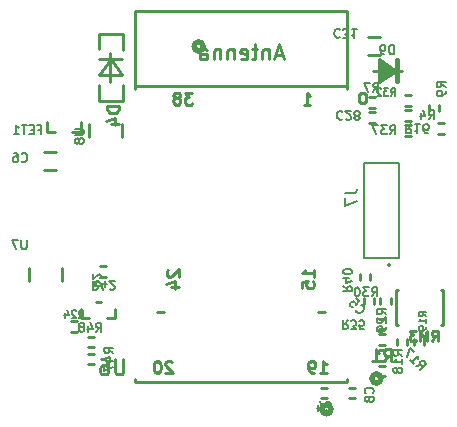
<source format=gbr>
G04 #@! TF.GenerationSoftware,KiCad,Pcbnew,7.0.7*
G04 #@! TF.CreationDate,2024-10-23T00:01:57-07:00*
G04 #@! TF.ProjectId,ESP_POE_1.4b,4553505f-504f-4455-9f31-2e34622e6b69,K*
G04 #@! TF.SameCoordinates,Original*
G04 #@! TF.FileFunction,Legend,Bot*
G04 #@! TF.FilePolarity,Positive*
%FSLAX46Y46*%
G04 Gerber Fmt 4.6, Leading zero omitted, Abs format (unit mm)*
G04 Created by KiCad (PCBNEW 7.0.7) date 2024-10-23 00:01:57*
%MOMM*%
%LPD*%
G01*
G04 APERTURE LIST*
%ADD10C,0.190500*%
%ADD11C,0.222250*%
%ADD12C,0.158750*%
%ADD13C,0.254000*%
%ADD14C,0.177800*%
%ADD15C,0.150000*%
%ADD16C,0.508000*%
%ADD17C,0.127000*%
%ADD18C,0.200000*%
G04 APERTURE END LIST*
D10*
X103004256Y-137604209D02*
X103258256Y-137241352D01*
X103439685Y-137604209D02*
X103439685Y-136842209D01*
X103439685Y-136842209D02*
X103149399Y-136842209D01*
X103149399Y-136842209D02*
X103076828Y-136878495D01*
X103076828Y-136878495D02*
X103040542Y-136914781D01*
X103040542Y-136914781D02*
X103004256Y-136987352D01*
X103004256Y-136987352D02*
X103004256Y-137096209D01*
X103004256Y-137096209D02*
X103040542Y-137168781D01*
X103040542Y-137168781D02*
X103076828Y-137205066D01*
X103076828Y-137205066D02*
X103149399Y-137241352D01*
X103149399Y-137241352D02*
X103439685Y-137241352D01*
X102750256Y-136842209D02*
X102278542Y-136842209D01*
X102278542Y-136842209D02*
X102532542Y-137132495D01*
X102532542Y-137132495D02*
X102423685Y-137132495D01*
X102423685Y-137132495D02*
X102351114Y-137168781D01*
X102351114Y-137168781D02*
X102314828Y-137205066D01*
X102314828Y-137205066D02*
X102278542Y-137277638D01*
X102278542Y-137277638D02*
X102278542Y-137459066D01*
X102278542Y-137459066D02*
X102314828Y-137531638D01*
X102314828Y-137531638D02*
X102351114Y-137567924D01*
X102351114Y-137567924D02*
X102423685Y-137604209D01*
X102423685Y-137604209D02*
X102641399Y-137604209D01*
X102641399Y-137604209D02*
X102713971Y-137567924D01*
X102713971Y-137567924D02*
X102750256Y-137531638D01*
X102024542Y-136842209D02*
X101516542Y-136842209D01*
X101516542Y-136842209D02*
X101843114Y-137604209D01*
X99022190Y-150451456D02*
X99385047Y-150705456D01*
X99022190Y-150886885D02*
X99784190Y-150886885D01*
X99784190Y-150886885D02*
X99784190Y-150596599D01*
X99784190Y-150596599D02*
X99747904Y-150524028D01*
X99747904Y-150524028D02*
X99711618Y-150487742D01*
X99711618Y-150487742D02*
X99639047Y-150451456D01*
X99639047Y-150451456D02*
X99530190Y-150451456D01*
X99530190Y-150451456D02*
X99457618Y-150487742D01*
X99457618Y-150487742D02*
X99421333Y-150524028D01*
X99421333Y-150524028D02*
X99385047Y-150596599D01*
X99385047Y-150596599D02*
X99385047Y-150886885D01*
X99530190Y-149798314D02*
X99022190Y-149798314D01*
X99820476Y-149979742D02*
X99276190Y-150161171D01*
X99276190Y-150161171D02*
X99276190Y-149689456D01*
X99784190Y-149254028D02*
X99784190Y-149181457D01*
X99784190Y-149181457D02*
X99747904Y-149108885D01*
X99747904Y-149108885D02*
X99711618Y-149072600D01*
X99711618Y-149072600D02*
X99639047Y-149036314D01*
X99639047Y-149036314D02*
X99493904Y-149000028D01*
X99493904Y-149000028D02*
X99312476Y-149000028D01*
X99312476Y-149000028D02*
X99167333Y-149036314D01*
X99167333Y-149036314D02*
X99094761Y-149072600D01*
X99094761Y-149072600D02*
X99058476Y-149108885D01*
X99058476Y-149108885D02*
X99022190Y-149181457D01*
X99022190Y-149181457D02*
X99022190Y-149254028D01*
X99022190Y-149254028D02*
X99058476Y-149326600D01*
X99058476Y-149326600D02*
X99094761Y-149362885D01*
X99094761Y-149362885D02*
X99167333Y-149399171D01*
X99167333Y-149399171D02*
X99312476Y-149435457D01*
X99312476Y-149435457D02*
X99493904Y-149435457D01*
X99493904Y-149435457D02*
X99639047Y-149399171D01*
X99639047Y-149399171D02*
X99711618Y-149362885D01*
X99711618Y-149362885D02*
X99747904Y-149326600D01*
X99747904Y-149326600D02*
X99784190Y-149254028D01*
D11*
X106548766Y-155111112D02*
X106845099Y-154687779D01*
X107056766Y-155111112D02*
X107056766Y-154222112D01*
X107056766Y-154222112D02*
X106718099Y-154222112D01*
X106718099Y-154222112D02*
X106633433Y-154264445D01*
X106633433Y-154264445D02*
X106591099Y-154306779D01*
X106591099Y-154306779D02*
X106548766Y-154391445D01*
X106548766Y-154391445D02*
X106548766Y-154518445D01*
X106548766Y-154518445D02*
X106591099Y-154603112D01*
X106591099Y-154603112D02*
X106633433Y-154645445D01*
X106633433Y-154645445D02*
X106718099Y-154687779D01*
X106718099Y-154687779D02*
X107056766Y-154687779D01*
X106167766Y-155111112D02*
X106167766Y-154222112D01*
X106167766Y-154222112D02*
X105871433Y-154857112D01*
X105871433Y-154857112D02*
X105575099Y-154222112D01*
X105575099Y-154222112D02*
X105575099Y-155111112D01*
X105236433Y-154222112D02*
X104686099Y-154222112D01*
X104686099Y-154222112D02*
X104982433Y-154560779D01*
X104982433Y-154560779D02*
X104855433Y-154560779D01*
X104855433Y-154560779D02*
X104770766Y-154603112D01*
X104770766Y-154603112D02*
X104728433Y-154645445D01*
X104728433Y-154645445D02*
X104686099Y-154730112D01*
X104686099Y-154730112D02*
X104686099Y-154941779D01*
X104686099Y-154941779D02*
X104728433Y-155026445D01*
X104728433Y-155026445D02*
X104770766Y-155068779D01*
X104770766Y-155068779D02*
X104855433Y-155111112D01*
X104855433Y-155111112D02*
X105109433Y-155111112D01*
X105109433Y-155111112D02*
X105194099Y-155068779D01*
X105194099Y-155068779D02*
X105236433Y-155026445D01*
D12*
X103075014Y-134346708D02*
X103286681Y-134044327D01*
X103437871Y-134346708D02*
X103437871Y-133711708D01*
X103437871Y-133711708D02*
X103195966Y-133711708D01*
X103195966Y-133711708D02*
X103135490Y-133741946D01*
X103135490Y-133741946D02*
X103105252Y-133772184D01*
X103105252Y-133772184D02*
X103075014Y-133832660D01*
X103075014Y-133832660D02*
X103075014Y-133923374D01*
X103075014Y-133923374D02*
X103105252Y-133983850D01*
X103105252Y-133983850D02*
X103135490Y-134014089D01*
X103135490Y-134014089D02*
X103195966Y-134044327D01*
X103195966Y-134044327D02*
X103437871Y-134044327D01*
X102863347Y-133711708D02*
X102470252Y-133711708D01*
X102470252Y-133711708D02*
X102681919Y-133953612D01*
X102681919Y-133953612D02*
X102591204Y-133953612D01*
X102591204Y-133953612D02*
X102530728Y-133983850D01*
X102530728Y-133983850D02*
X102500490Y-134014089D01*
X102500490Y-134014089D02*
X102470252Y-134074565D01*
X102470252Y-134074565D02*
X102470252Y-134225755D01*
X102470252Y-134225755D02*
X102500490Y-134286231D01*
X102500490Y-134286231D02*
X102530728Y-134316470D01*
X102530728Y-134316470D02*
X102591204Y-134346708D01*
X102591204Y-134346708D02*
X102772633Y-134346708D01*
X102772633Y-134346708D02*
X102833109Y-134316470D01*
X102833109Y-134316470D02*
X102863347Y-134286231D01*
X102228347Y-133772184D02*
X102198109Y-133741946D01*
X102198109Y-133741946D02*
X102137633Y-133711708D01*
X102137633Y-133711708D02*
X101986442Y-133711708D01*
X101986442Y-133711708D02*
X101925966Y-133741946D01*
X101925966Y-133741946D02*
X101895728Y-133772184D01*
X101895728Y-133772184D02*
X101865490Y-133832660D01*
X101865490Y-133832660D02*
X101865490Y-133893136D01*
X101865490Y-133893136D02*
X101895728Y-133983850D01*
X101895728Y-133983850D02*
X102258585Y-134346708D01*
X102258585Y-134346708D02*
X101865490Y-134346708D01*
D10*
X106273599Y-136334209D02*
X106527599Y-135971352D01*
X106709028Y-136334209D02*
X106709028Y-135572209D01*
X106709028Y-135572209D02*
X106418742Y-135572209D01*
X106418742Y-135572209D02*
X106346171Y-135608495D01*
X106346171Y-135608495D02*
X106309885Y-135644781D01*
X106309885Y-135644781D02*
X106273599Y-135717352D01*
X106273599Y-135717352D02*
X106273599Y-135826209D01*
X106273599Y-135826209D02*
X106309885Y-135898781D01*
X106309885Y-135898781D02*
X106346171Y-135935066D01*
X106346171Y-135935066D02*
X106418742Y-135971352D01*
X106418742Y-135971352D02*
X106709028Y-135971352D01*
X105620457Y-135826209D02*
X105620457Y-136334209D01*
X105801885Y-135535924D02*
X105983314Y-136080209D01*
X105983314Y-136080209D02*
X105511599Y-136080209D01*
X107708409Y-133604000D02*
X107345552Y-133350000D01*
X107708409Y-133168571D02*
X106946409Y-133168571D01*
X106946409Y-133168571D02*
X106946409Y-133458857D01*
X106946409Y-133458857D02*
X106982695Y-133531428D01*
X106982695Y-133531428D02*
X107018981Y-133567714D01*
X107018981Y-133567714D02*
X107091552Y-133604000D01*
X107091552Y-133604000D02*
X107200409Y-133604000D01*
X107200409Y-133604000D02*
X107272981Y-133567714D01*
X107272981Y-133567714D02*
X107309266Y-133531428D01*
X107309266Y-133531428D02*
X107345552Y-133458857D01*
X107345552Y-133458857D02*
X107345552Y-133168571D01*
X107708409Y-133966857D02*
X107708409Y-134112000D01*
X107708409Y-134112000D02*
X107672124Y-134184571D01*
X107672124Y-134184571D02*
X107635838Y-134220857D01*
X107635838Y-134220857D02*
X107526981Y-134293428D01*
X107526981Y-134293428D02*
X107381838Y-134329714D01*
X107381838Y-134329714D02*
X107091552Y-134329714D01*
X107091552Y-134329714D02*
X107018981Y-134293428D01*
X107018981Y-134293428D02*
X106982695Y-134257143D01*
X106982695Y-134257143D02*
X106946409Y-134184571D01*
X106946409Y-134184571D02*
X106946409Y-134039428D01*
X106946409Y-134039428D02*
X106982695Y-133966857D01*
X106982695Y-133966857D02*
X107018981Y-133930571D01*
X107018981Y-133930571D02*
X107091552Y-133894285D01*
X107091552Y-133894285D02*
X107272981Y-133894285D01*
X107272981Y-133894285D02*
X107345552Y-133930571D01*
X107345552Y-133930571D02*
X107381838Y-133966857D01*
X107381838Y-133966857D02*
X107418124Y-134039428D01*
X107418124Y-134039428D02*
X107418124Y-134184571D01*
X107418124Y-134184571D02*
X107381838Y-134257143D01*
X107381838Y-134257143D02*
X107345552Y-134293428D01*
X107345552Y-134293428D02*
X107272981Y-134329714D01*
X73228199Y-137205066D02*
X73482199Y-137205066D01*
X73482199Y-137604209D02*
X73482199Y-136842209D01*
X73482199Y-136842209D02*
X73119342Y-136842209D01*
X72829056Y-137205066D02*
X72575056Y-137205066D01*
X72466199Y-137604209D02*
X72829056Y-137604209D01*
X72829056Y-137604209D02*
X72829056Y-136842209D01*
X72829056Y-136842209D02*
X72466199Y-136842209D01*
X72248484Y-136842209D02*
X71813056Y-136842209D01*
X72030770Y-137604209D02*
X72030770Y-136842209D01*
X71159913Y-137604209D02*
X71595342Y-137604209D01*
X71377627Y-137604209D02*
X71377627Y-136842209D01*
X71377627Y-136842209D02*
X71450199Y-136951066D01*
X71450199Y-136951066D02*
X71522770Y-137023638D01*
X71522770Y-137023638D02*
X71595342Y-137059924D01*
X101454856Y-151320209D02*
X101708856Y-150957352D01*
X101890285Y-151320209D02*
X101890285Y-150558209D01*
X101890285Y-150558209D02*
X101599999Y-150558209D01*
X101599999Y-150558209D02*
X101527428Y-150594495D01*
X101527428Y-150594495D02*
X101491142Y-150630781D01*
X101491142Y-150630781D02*
X101454856Y-150703352D01*
X101454856Y-150703352D02*
X101454856Y-150812209D01*
X101454856Y-150812209D02*
X101491142Y-150884781D01*
X101491142Y-150884781D02*
X101527428Y-150921066D01*
X101527428Y-150921066D02*
X101599999Y-150957352D01*
X101599999Y-150957352D02*
X101890285Y-150957352D01*
X101200856Y-150558209D02*
X100729142Y-150558209D01*
X100729142Y-150558209D02*
X100983142Y-150848495D01*
X100983142Y-150848495D02*
X100874285Y-150848495D01*
X100874285Y-150848495D02*
X100801714Y-150884781D01*
X100801714Y-150884781D02*
X100765428Y-150921066D01*
X100765428Y-150921066D02*
X100729142Y-150993638D01*
X100729142Y-150993638D02*
X100729142Y-151175066D01*
X100729142Y-151175066D02*
X100765428Y-151247638D01*
X100765428Y-151247638D02*
X100801714Y-151283924D01*
X100801714Y-151283924D02*
X100874285Y-151320209D01*
X100874285Y-151320209D02*
X101091999Y-151320209D01*
X101091999Y-151320209D02*
X101164571Y-151283924D01*
X101164571Y-151283924D02*
X101200856Y-151247638D01*
X100257428Y-150558209D02*
X100184857Y-150558209D01*
X100184857Y-150558209D02*
X100112285Y-150594495D01*
X100112285Y-150594495D02*
X100076000Y-150630781D01*
X100076000Y-150630781D02*
X100039714Y-150703352D01*
X100039714Y-150703352D02*
X100003428Y-150848495D01*
X100003428Y-150848495D02*
X100003428Y-151029924D01*
X100003428Y-151029924D02*
X100039714Y-151175066D01*
X100039714Y-151175066D02*
X100076000Y-151247638D01*
X100076000Y-151247638D02*
X100112285Y-151283924D01*
X100112285Y-151283924D02*
X100184857Y-151320209D01*
X100184857Y-151320209D02*
X100257428Y-151320209D01*
X100257428Y-151320209D02*
X100330000Y-151283924D01*
X100330000Y-151283924D02*
X100366285Y-151247638D01*
X100366285Y-151247638D02*
X100402571Y-151175066D01*
X100402571Y-151175066D02*
X100438857Y-151029924D01*
X100438857Y-151029924D02*
X100438857Y-150848495D01*
X100438857Y-150848495D02*
X100402571Y-150703352D01*
X100402571Y-150703352D02*
X100366285Y-150630781D01*
X100366285Y-150630781D02*
X100330000Y-150594495D01*
X100330000Y-150594495D02*
X100257428Y-150558209D01*
X102653809Y-152849943D02*
X102290952Y-152595943D01*
X102653809Y-152414514D02*
X101891809Y-152414514D01*
X101891809Y-152414514D02*
X101891809Y-152704800D01*
X101891809Y-152704800D02*
X101928095Y-152777371D01*
X101928095Y-152777371D02*
X101964381Y-152813657D01*
X101964381Y-152813657D02*
X102036952Y-152849943D01*
X102036952Y-152849943D02*
X102145809Y-152849943D01*
X102145809Y-152849943D02*
X102218381Y-152813657D01*
X102218381Y-152813657D02*
X102254666Y-152777371D01*
X102254666Y-152777371D02*
X102290952Y-152704800D01*
X102290952Y-152704800D02*
X102290952Y-152414514D01*
X101964381Y-153140228D02*
X101928095Y-153176514D01*
X101928095Y-153176514D02*
X101891809Y-153249086D01*
X101891809Y-153249086D02*
X101891809Y-153430514D01*
X101891809Y-153430514D02*
X101928095Y-153503086D01*
X101928095Y-153503086D02*
X101964381Y-153539371D01*
X101964381Y-153539371D02*
X102036952Y-153575657D01*
X102036952Y-153575657D02*
X102109524Y-153575657D01*
X102109524Y-153575657D02*
X102218381Y-153539371D01*
X102218381Y-153539371D02*
X102653809Y-153103943D01*
X102653809Y-153103943D02*
X102653809Y-153575657D01*
X102653809Y-153938514D02*
X102653809Y-154083657D01*
X102653809Y-154083657D02*
X102617524Y-154156228D01*
X102617524Y-154156228D02*
X102581238Y-154192514D01*
X102581238Y-154192514D02*
X102472381Y-154265085D01*
X102472381Y-154265085D02*
X102327238Y-154301371D01*
X102327238Y-154301371D02*
X102036952Y-154301371D01*
X102036952Y-154301371D02*
X101964381Y-154265085D01*
X101964381Y-154265085D02*
X101928095Y-154228800D01*
X101928095Y-154228800D02*
X101891809Y-154156228D01*
X101891809Y-154156228D02*
X101891809Y-154011085D01*
X101891809Y-154011085D02*
X101928095Y-153938514D01*
X101928095Y-153938514D02*
X101964381Y-153902228D01*
X101964381Y-153902228D02*
X102036952Y-153865942D01*
X102036952Y-153865942D02*
X102218381Y-153865942D01*
X102218381Y-153865942D02*
X102290952Y-153902228D01*
X102290952Y-153902228D02*
X102327238Y-153938514D01*
X102327238Y-153938514D02*
X102363524Y-154011085D01*
X102363524Y-154011085D02*
X102363524Y-154156228D01*
X102363524Y-154156228D02*
X102327238Y-154228800D01*
X102327238Y-154228800D02*
X102290952Y-154265085D01*
X102290952Y-154265085D02*
X102218381Y-154301371D01*
X71805799Y-139868438D02*
X71842085Y-139904724D01*
X71842085Y-139904724D02*
X71950942Y-139941009D01*
X71950942Y-139941009D02*
X72023514Y-139941009D01*
X72023514Y-139941009D02*
X72132371Y-139904724D01*
X72132371Y-139904724D02*
X72204942Y-139832152D01*
X72204942Y-139832152D02*
X72241228Y-139759581D01*
X72241228Y-139759581D02*
X72277514Y-139614438D01*
X72277514Y-139614438D02*
X72277514Y-139505581D01*
X72277514Y-139505581D02*
X72241228Y-139360438D01*
X72241228Y-139360438D02*
X72204942Y-139287866D01*
X72204942Y-139287866D02*
X72132371Y-139215295D01*
X72132371Y-139215295D02*
X72023514Y-139179009D01*
X72023514Y-139179009D02*
X71950942Y-139179009D01*
X71950942Y-139179009D02*
X71842085Y-139215295D01*
X71842085Y-139215295D02*
X71805799Y-139251581D01*
X71152657Y-139179009D02*
X71297799Y-139179009D01*
X71297799Y-139179009D02*
X71370371Y-139215295D01*
X71370371Y-139215295D02*
X71406657Y-139251581D01*
X71406657Y-139251581D02*
X71479228Y-139360438D01*
X71479228Y-139360438D02*
X71515514Y-139505581D01*
X71515514Y-139505581D02*
X71515514Y-139795866D01*
X71515514Y-139795866D02*
X71479228Y-139868438D01*
X71479228Y-139868438D02*
X71442942Y-139904724D01*
X71442942Y-139904724D02*
X71370371Y-139941009D01*
X71370371Y-139941009D02*
X71225228Y-139941009D01*
X71225228Y-139941009D02*
X71152657Y-139904724D01*
X71152657Y-139904724D02*
X71116371Y-139868438D01*
X71116371Y-139868438D02*
X71080085Y-139795866D01*
X71080085Y-139795866D02*
X71080085Y-139614438D01*
X71080085Y-139614438D02*
X71116371Y-139541866D01*
X71116371Y-139541866D02*
X71152657Y-139505581D01*
X71152657Y-139505581D02*
X71225228Y-139469295D01*
X71225228Y-139469295D02*
X71370371Y-139469295D01*
X71370371Y-139469295D02*
X71442942Y-139505581D01*
X71442942Y-139505581D02*
X71479228Y-139541866D01*
X71479228Y-139541866D02*
X71515514Y-139614438D01*
X72233971Y-146545009D02*
X72233971Y-147161866D01*
X72233971Y-147161866D02*
X72197685Y-147234438D01*
X72197685Y-147234438D02*
X72161400Y-147270724D01*
X72161400Y-147270724D02*
X72088828Y-147307009D01*
X72088828Y-147307009D02*
X71943685Y-147307009D01*
X71943685Y-147307009D02*
X71871114Y-147270724D01*
X71871114Y-147270724D02*
X71834828Y-147234438D01*
X71834828Y-147234438D02*
X71798542Y-147161866D01*
X71798542Y-147161866D02*
X71798542Y-146545009D01*
X71508256Y-146545009D02*
X71000256Y-146545009D01*
X71000256Y-146545009D02*
X71326828Y-147307009D01*
X100101856Y-152464848D02*
X100101856Y-152516164D01*
X100101856Y-152516164D02*
X100153172Y-152618795D01*
X100153172Y-152618795D02*
X100204488Y-152670111D01*
X100204488Y-152670111D02*
X100307119Y-152721427D01*
X100307119Y-152721427D02*
X100409751Y-152721427D01*
X100409751Y-152721427D02*
X100486724Y-152695769D01*
X100486724Y-152695769D02*
X100615014Y-152618795D01*
X100615014Y-152618795D02*
X100691987Y-152541821D01*
X100691987Y-152541821D02*
X100768961Y-152413532D01*
X100768961Y-152413532D02*
X100794619Y-152336558D01*
X100794619Y-152336558D02*
X100794619Y-152233927D01*
X100794619Y-152233927D02*
X100743303Y-152131295D01*
X100743303Y-152131295D02*
X100691987Y-152079980D01*
X100691987Y-152079980D02*
X100589356Y-152028664D01*
X100589356Y-152028664D02*
X100538040Y-152028664D01*
X100101856Y-151489849D02*
X100358435Y-151746427D01*
X100358435Y-151746427D02*
X100127514Y-152028664D01*
X100127514Y-152028664D02*
X100127514Y-151977348D01*
X100127514Y-151977348D02*
X100101856Y-151900375D01*
X100101856Y-151900375D02*
X99973567Y-151772085D01*
X99973567Y-151772085D02*
X99896593Y-151746427D01*
X99896593Y-151746427D02*
X99845277Y-151746427D01*
X99845277Y-151746427D02*
X99768304Y-151772085D01*
X99768304Y-151772085D02*
X99640014Y-151900375D01*
X99640014Y-151900375D02*
X99614356Y-151977348D01*
X99614356Y-151977348D02*
X99614356Y-152028664D01*
X99614356Y-152028664D02*
X99640014Y-152105638D01*
X99640014Y-152105638D02*
X99768304Y-152233927D01*
X99768304Y-152233927D02*
X99845277Y-152259585D01*
X99845277Y-152259585D02*
X99896593Y-152259585D01*
X97561399Y-160925038D02*
X97597685Y-160961324D01*
X97597685Y-160961324D02*
X97706542Y-160997609D01*
X97706542Y-160997609D02*
X97779114Y-160997609D01*
X97779114Y-160997609D02*
X97887971Y-160961324D01*
X97887971Y-160961324D02*
X97960542Y-160888752D01*
X97960542Y-160888752D02*
X97996828Y-160816181D01*
X97996828Y-160816181D02*
X98033114Y-160671038D01*
X98033114Y-160671038D02*
X98033114Y-160562181D01*
X98033114Y-160562181D02*
X97996828Y-160417038D01*
X97996828Y-160417038D02*
X97960542Y-160344466D01*
X97960542Y-160344466D02*
X97887971Y-160271895D01*
X97887971Y-160271895D02*
X97779114Y-160235609D01*
X97779114Y-160235609D02*
X97706542Y-160235609D01*
X97706542Y-160235609D02*
X97597685Y-160271895D01*
X97597685Y-160271895D02*
X97561399Y-160308181D01*
X96908257Y-160489609D02*
X96908257Y-160997609D01*
X97089685Y-160199324D02*
X97271114Y-160743609D01*
X97271114Y-160743609D02*
X96799399Y-160743609D01*
X104818543Y-136766590D02*
X104564543Y-137129447D01*
X104383114Y-136766590D02*
X104383114Y-137528590D01*
X104383114Y-137528590D02*
X104673400Y-137528590D01*
X104673400Y-137528590D02*
X104745971Y-137492304D01*
X104745971Y-137492304D02*
X104782257Y-137456018D01*
X104782257Y-137456018D02*
X104818543Y-137383447D01*
X104818543Y-137383447D02*
X104818543Y-137274590D01*
X104818543Y-137274590D02*
X104782257Y-137202018D01*
X104782257Y-137202018D02*
X104745971Y-137165733D01*
X104745971Y-137165733D02*
X104673400Y-137129447D01*
X104673400Y-137129447D02*
X104383114Y-137129447D01*
X105544257Y-136766590D02*
X105108828Y-136766590D01*
X105326543Y-136766590D02*
X105326543Y-137528590D01*
X105326543Y-137528590D02*
X105253971Y-137419733D01*
X105253971Y-137419733D02*
X105181400Y-137347161D01*
X105181400Y-137347161D02*
X105108828Y-137310876D01*
X106197400Y-137528590D02*
X106052257Y-137528590D01*
X106052257Y-137528590D02*
X105979685Y-137492304D01*
X105979685Y-137492304D02*
X105943400Y-137456018D01*
X105943400Y-137456018D02*
X105870828Y-137347161D01*
X105870828Y-137347161D02*
X105834542Y-137202018D01*
X105834542Y-137202018D02*
X105834542Y-136911733D01*
X105834542Y-136911733D02*
X105870828Y-136839161D01*
X105870828Y-136839161D02*
X105907114Y-136802876D01*
X105907114Y-136802876D02*
X105979685Y-136766590D01*
X105979685Y-136766590D02*
X106124828Y-136766590D01*
X106124828Y-136766590D02*
X106197400Y-136802876D01*
X106197400Y-136802876D02*
X106233685Y-136839161D01*
X106233685Y-136839161D02*
X106269971Y-136911733D01*
X106269971Y-136911733D02*
X106269971Y-137093161D01*
X106269971Y-137093161D02*
X106233685Y-137165733D01*
X106233685Y-137165733D02*
X106197400Y-137202018D01*
X106197400Y-137202018D02*
X106124828Y-137238304D01*
X106124828Y-137238304D02*
X105979685Y-137238304D01*
X105979685Y-137238304D02*
X105907114Y-137202018D01*
X105907114Y-137202018D02*
X105870828Y-137165733D01*
X105870828Y-137165733D02*
X105834542Y-137093161D01*
X101574599Y-133997409D02*
X101828599Y-133634552D01*
X102010028Y-133997409D02*
X102010028Y-133235409D01*
X102010028Y-133235409D02*
X101719742Y-133235409D01*
X101719742Y-133235409D02*
X101647171Y-133271695D01*
X101647171Y-133271695D02*
X101610885Y-133307981D01*
X101610885Y-133307981D02*
X101574599Y-133380552D01*
X101574599Y-133380552D02*
X101574599Y-133489409D01*
X101574599Y-133489409D02*
X101610885Y-133561981D01*
X101610885Y-133561981D02*
X101647171Y-133598266D01*
X101647171Y-133598266D02*
X101719742Y-133634552D01*
X101719742Y-133634552D02*
X102010028Y-133634552D01*
X101320599Y-133235409D02*
X100812599Y-133235409D01*
X100812599Y-133235409D02*
X101139171Y-133997409D01*
X104050809Y-156329743D02*
X103687952Y-156075743D01*
X104050809Y-155894314D02*
X103288809Y-155894314D01*
X103288809Y-155894314D02*
X103288809Y-156184600D01*
X103288809Y-156184600D02*
X103325095Y-156257171D01*
X103325095Y-156257171D02*
X103361381Y-156293457D01*
X103361381Y-156293457D02*
X103433952Y-156329743D01*
X103433952Y-156329743D02*
X103542809Y-156329743D01*
X103542809Y-156329743D02*
X103615381Y-156293457D01*
X103615381Y-156293457D02*
X103651666Y-156257171D01*
X103651666Y-156257171D02*
X103687952Y-156184600D01*
X103687952Y-156184600D02*
X103687952Y-155894314D01*
X104050809Y-157055457D02*
X104050809Y-156620028D01*
X104050809Y-156837743D02*
X103288809Y-156837743D01*
X103288809Y-156837743D02*
X103397666Y-156765171D01*
X103397666Y-156765171D02*
X103470238Y-156692600D01*
X103470238Y-156692600D02*
X103506524Y-156620028D01*
X103615381Y-157490885D02*
X103579095Y-157418314D01*
X103579095Y-157418314D02*
X103542809Y-157382028D01*
X103542809Y-157382028D02*
X103470238Y-157345742D01*
X103470238Y-157345742D02*
X103433952Y-157345742D01*
X103433952Y-157345742D02*
X103361381Y-157382028D01*
X103361381Y-157382028D02*
X103325095Y-157418314D01*
X103325095Y-157418314D02*
X103288809Y-157490885D01*
X103288809Y-157490885D02*
X103288809Y-157636028D01*
X103288809Y-157636028D02*
X103325095Y-157708600D01*
X103325095Y-157708600D02*
X103361381Y-157744885D01*
X103361381Y-157744885D02*
X103433952Y-157781171D01*
X103433952Y-157781171D02*
X103470238Y-157781171D01*
X103470238Y-157781171D02*
X103542809Y-157744885D01*
X103542809Y-157744885D02*
X103579095Y-157708600D01*
X103579095Y-157708600D02*
X103615381Y-157636028D01*
X103615381Y-157636028D02*
X103615381Y-157490885D01*
X103615381Y-157490885D02*
X103651666Y-157418314D01*
X103651666Y-157418314D02*
X103687952Y-157382028D01*
X103687952Y-157382028D02*
X103760524Y-157345742D01*
X103760524Y-157345742D02*
X103905666Y-157345742D01*
X103905666Y-157345742D02*
X103978238Y-157382028D01*
X103978238Y-157382028D02*
X104014524Y-157418314D01*
X104014524Y-157418314D02*
X104050809Y-157490885D01*
X104050809Y-157490885D02*
X104050809Y-157636028D01*
X104050809Y-157636028D02*
X104014524Y-157708600D01*
X104014524Y-157708600D02*
X103978238Y-157744885D01*
X103978238Y-157744885D02*
X103905666Y-157781171D01*
X103905666Y-157781171D02*
X103760524Y-157781171D01*
X103760524Y-157781171D02*
X103687952Y-157744885D01*
X103687952Y-157744885D02*
X103651666Y-157708600D01*
X103651666Y-157708600D02*
X103615381Y-157636028D01*
D13*
X102480532Y-156819212D02*
X102819199Y-156335403D01*
X103061104Y-156819212D02*
X103061104Y-155803212D01*
X103061104Y-155803212D02*
X102674056Y-155803212D01*
X102674056Y-155803212D02*
X102577294Y-155851593D01*
X102577294Y-155851593D02*
X102528913Y-155899974D01*
X102528913Y-155899974D02*
X102480532Y-155996736D01*
X102480532Y-155996736D02*
X102480532Y-156141879D01*
X102480532Y-156141879D02*
X102528913Y-156238641D01*
X102528913Y-156238641D02*
X102577294Y-156287022D01*
X102577294Y-156287022D02*
X102674056Y-156335403D01*
X102674056Y-156335403D02*
X103061104Y-156335403D01*
X101512913Y-156819212D02*
X102093485Y-156819212D01*
X101803199Y-156819212D02*
X101803199Y-155803212D01*
X101803199Y-155803212D02*
X101899961Y-155948355D01*
X101899961Y-155948355D02*
X101996723Y-156045117D01*
X101996723Y-156045117D02*
X102093485Y-156093498D01*
D12*
X77885491Y-150412690D02*
X78520491Y-150412690D01*
X78520491Y-150412690D02*
X78520491Y-150261500D01*
X78520491Y-150261500D02*
X78490253Y-150170785D01*
X78490253Y-150170785D02*
X78429777Y-150110309D01*
X78429777Y-150110309D02*
X78369301Y-150080071D01*
X78369301Y-150080071D02*
X78248349Y-150049833D01*
X78248349Y-150049833D02*
X78157634Y-150049833D01*
X78157634Y-150049833D02*
X78036682Y-150080071D01*
X78036682Y-150080071D02*
X77976206Y-150110309D01*
X77976206Y-150110309D02*
X77915730Y-150170785D01*
X77915730Y-150170785D02*
X77885491Y-150261500D01*
X77885491Y-150261500D02*
X77885491Y-150412690D01*
X78460015Y-149807928D02*
X78490253Y-149777690D01*
X78490253Y-149777690D02*
X78520491Y-149717214D01*
X78520491Y-149717214D02*
X78520491Y-149566023D01*
X78520491Y-149566023D02*
X78490253Y-149505547D01*
X78490253Y-149505547D02*
X78460015Y-149475309D01*
X78460015Y-149475309D02*
X78399539Y-149445071D01*
X78399539Y-149445071D02*
X78339063Y-149445071D01*
X78339063Y-149445071D02*
X78248349Y-149475309D01*
X78248349Y-149475309D02*
X77885491Y-149838166D01*
X77885491Y-149838166D02*
X77885491Y-149445071D01*
D14*
X99441000Y-153350231D02*
X99203933Y-153688898D01*
X99034600Y-153350231D02*
X99034600Y-154061431D01*
X99034600Y-154061431D02*
X99305533Y-154061431D01*
X99305533Y-154061431D02*
X99373267Y-154027564D01*
X99373267Y-154027564D02*
X99407133Y-153993698D01*
X99407133Y-153993698D02*
X99441000Y-153925964D01*
X99441000Y-153925964D02*
X99441000Y-153824364D01*
X99441000Y-153824364D02*
X99407133Y-153756631D01*
X99407133Y-153756631D02*
X99373267Y-153722764D01*
X99373267Y-153722764D02*
X99305533Y-153688898D01*
X99305533Y-153688898D02*
X99034600Y-153688898D01*
X99678067Y-154061431D02*
X100118333Y-154061431D01*
X100118333Y-154061431D02*
X99881267Y-153790498D01*
X99881267Y-153790498D02*
X99982867Y-153790498D01*
X99982867Y-153790498D02*
X100050600Y-153756631D01*
X100050600Y-153756631D02*
X100084467Y-153722764D01*
X100084467Y-153722764D02*
X100118333Y-153655031D01*
X100118333Y-153655031D02*
X100118333Y-153485698D01*
X100118333Y-153485698D02*
X100084467Y-153417964D01*
X100084467Y-153417964D02*
X100050600Y-153384098D01*
X100050600Y-153384098D02*
X99982867Y-153350231D01*
X99982867Y-153350231D02*
X99779667Y-153350231D01*
X99779667Y-153350231D02*
X99711933Y-153384098D01*
X99711933Y-153384098D02*
X99678067Y-153417964D01*
X100761800Y-154061431D02*
X100423133Y-154061431D01*
X100423133Y-154061431D02*
X100389266Y-153722764D01*
X100389266Y-153722764D02*
X100423133Y-153756631D01*
X100423133Y-153756631D02*
X100490866Y-153790498D01*
X100490866Y-153790498D02*
X100660200Y-153790498D01*
X100660200Y-153790498D02*
X100727933Y-153756631D01*
X100727933Y-153756631D02*
X100761800Y-153722764D01*
X100761800Y-153722764D02*
X100795666Y-153655031D01*
X100795666Y-153655031D02*
X100795666Y-153485698D01*
X100795666Y-153485698D02*
X100761800Y-153417964D01*
X100761800Y-153417964D02*
X100727933Y-153384098D01*
X100727933Y-153384098D02*
X100660200Y-153350231D01*
X100660200Y-153350231D02*
X100490866Y-153350231D01*
X100490866Y-153350231D02*
X100423133Y-153384098D01*
X100423133Y-153384098D02*
X100389266Y-153417964D01*
D13*
X80060412Y-135241695D02*
X79044412Y-135241695D01*
X79044412Y-135241695D02*
X79044412Y-135483600D01*
X79044412Y-135483600D02*
X79092793Y-135628743D01*
X79092793Y-135628743D02*
X79189555Y-135725505D01*
X79189555Y-135725505D02*
X79286317Y-135773886D01*
X79286317Y-135773886D02*
X79479841Y-135822267D01*
X79479841Y-135822267D02*
X79624984Y-135822267D01*
X79624984Y-135822267D02*
X79818508Y-135773886D01*
X79818508Y-135773886D02*
X79915270Y-135725505D01*
X79915270Y-135725505D02*
X80012032Y-135628743D01*
X80012032Y-135628743D02*
X80060412Y-135483600D01*
X80060412Y-135483600D02*
X80060412Y-135241695D01*
X79383079Y-136693124D02*
X80060412Y-136693124D01*
X78996032Y-136451219D02*
X79721746Y-136209314D01*
X79721746Y-136209314D02*
X79721746Y-136838267D01*
D12*
X106063808Y-153007785D02*
X105761427Y-152796118D01*
X106063808Y-152644928D02*
X105428808Y-152644928D01*
X105428808Y-152644928D02*
X105428808Y-152886833D01*
X105428808Y-152886833D02*
X105459046Y-152947309D01*
X105459046Y-152947309D02*
X105489284Y-152977547D01*
X105489284Y-152977547D02*
X105549760Y-153007785D01*
X105549760Y-153007785D02*
X105640474Y-153007785D01*
X105640474Y-153007785D02*
X105700950Y-152977547D01*
X105700950Y-152977547D02*
X105731189Y-152947309D01*
X105731189Y-152947309D02*
X105761427Y-152886833D01*
X105761427Y-152886833D02*
X105761427Y-152644928D01*
X106063808Y-153612547D02*
X106063808Y-153249690D01*
X106063808Y-153431118D02*
X105428808Y-153431118D01*
X105428808Y-153431118D02*
X105519522Y-153370642D01*
X105519522Y-153370642D02*
X105579998Y-153310166D01*
X105579998Y-153310166D02*
X105610236Y-153249690D01*
X106063808Y-153914928D02*
X106063808Y-154035880D01*
X106063808Y-154035880D02*
X106033570Y-154096357D01*
X106033570Y-154096357D02*
X106003331Y-154126595D01*
X106003331Y-154126595D02*
X105912617Y-154187071D01*
X105912617Y-154187071D02*
X105791665Y-154217309D01*
X105791665Y-154217309D02*
X105549760Y-154217309D01*
X105549760Y-154217309D02*
X105489284Y-154187071D01*
X105489284Y-154187071D02*
X105459046Y-154156833D01*
X105459046Y-154156833D02*
X105428808Y-154096357D01*
X105428808Y-154096357D02*
X105428808Y-153975404D01*
X105428808Y-153975404D02*
X105459046Y-153914928D01*
X105459046Y-153914928D02*
X105489284Y-153884690D01*
X105489284Y-153884690D02*
X105549760Y-153854452D01*
X105549760Y-153854452D02*
X105700950Y-153854452D01*
X105700950Y-153854452D02*
X105761427Y-153884690D01*
X105761427Y-153884690D02*
X105791665Y-153914928D01*
X105791665Y-153914928D02*
X105821903Y-153975404D01*
X105821903Y-153975404D02*
X105821903Y-154096357D01*
X105821903Y-154096357D02*
X105791665Y-154156833D01*
X105791665Y-154156833D02*
X105761427Y-154187071D01*
X105761427Y-154187071D02*
X105700950Y-154217309D01*
D10*
X105222019Y-157243142D02*
X105658203Y-157166169D01*
X105529913Y-157551037D02*
X106068729Y-157012221D01*
X106068729Y-157012221D02*
X105863466Y-156806958D01*
X105863466Y-156806958D02*
X105786492Y-156781301D01*
X105786492Y-156781301D02*
X105735176Y-156781301D01*
X105735176Y-156781301D02*
X105658203Y-156806958D01*
X105658203Y-156806958D02*
X105581229Y-156883932D01*
X105581229Y-156883932D02*
X105555571Y-156960906D01*
X105555571Y-156960906D02*
X105555571Y-157012221D01*
X105555571Y-157012221D02*
X105581229Y-157089195D01*
X105581229Y-157089195D02*
X105786492Y-157294458D01*
X104708861Y-156729985D02*
X105016756Y-157037879D01*
X104862809Y-156883932D02*
X105401624Y-156345117D01*
X105401624Y-156345117D02*
X105375966Y-156473406D01*
X105375966Y-156473406D02*
X105375966Y-156576038D01*
X105375966Y-156576038D02*
X105401624Y-156653011D01*
X105068072Y-156011564D02*
X104708862Y-155652354D01*
X104708862Y-155652354D02*
X104400967Y-156422090D01*
X103330828Y-130797009D02*
X103330828Y-130035009D01*
X103330828Y-130035009D02*
X103149399Y-130035009D01*
X103149399Y-130035009D02*
X103040542Y-130071295D01*
X103040542Y-130071295D02*
X102967971Y-130143866D01*
X102967971Y-130143866D02*
X102931685Y-130216438D01*
X102931685Y-130216438D02*
X102895399Y-130361581D01*
X102895399Y-130361581D02*
X102895399Y-130470438D01*
X102895399Y-130470438D02*
X102931685Y-130615581D01*
X102931685Y-130615581D02*
X102967971Y-130688152D01*
X102967971Y-130688152D02*
X103040542Y-130760724D01*
X103040542Y-130760724D02*
X103149399Y-130797009D01*
X103149399Y-130797009D02*
X103330828Y-130797009D01*
X102532542Y-130797009D02*
X102387399Y-130797009D01*
X102387399Y-130797009D02*
X102314828Y-130760724D01*
X102314828Y-130760724D02*
X102278542Y-130724438D01*
X102278542Y-130724438D02*
X102205971Y-130615581D01*
X102205971Y-130615581D02*
X102169685Y-130470438D01*
X102169685Y-130470438D02*
X102169685Y-130180152D01*
X102169685Y-130180152D02*
X102205971Y-130107581D01*
X102205971Y-130107581D02*
X102242257Y-130071295D01*
X102242257Y-130071295D02*
X102314828Y-130035009D01*
X102314828Y-130035009D02*
X102459971Y-130035009D01*
X102459971Y-130035009D02*
X102532542Y-130071295D01*
X102532542Y-130071295D02*
X102568828Y-130107581D01*
X102568828Y-130107581D02*
X102605114Y-130180152D01*
X102605114Y-130180152D02*
X102605114Y-130361581D01*
X102605114Y-130361581D02*
X102568828Y-130434152D01*
X102568828Y-130434152D02*
X102532542Y-130470438D01*
X102532542Y-130470438D02*
X102459971Y-130506724D01*
X102459971Y-130506724D02*
X102314828Y-130506724D01*
X102314828Y-130506724D02*
X102242257Y-130470438D01*
X102242257Y-130470438D02*
X102205971Y-130434152D01*
X102205971Y-130434152D02*
X102169685Y-130361581D01*
X101565238Y-159512000D02*
X101601524Y-159475714D01*
X101601524Y-159475714D02*
X101637809Y-159366857D01*
X101637809Y-159366857D02*
X101637809Y-159294285D01*
X101637809Y-159294285D02*
X101601524Y-159185428D01*
X101601524Y-159185428D02*
X101528952Y-159112857D01*
X101528952Y-159112857D02*
X101456381Y-159076571D01*
X101456381Y-159076571D02*
X101311238Y-159040285D01*
X101311238Y-159040285D02*
X101202381Y-159040285D01*
X101202381Y-159040285D02*
X101057238Y-159076571D01*
X101057238Y-159076571D02*
X100984666Y-159112857D01*
X100984666Y-159112857D02*
X100912095Y-159185428D01*
X100912095Y-159185428D02*
X100875809Y-159294285D01*
X100875809Y-159294285D02*
X100875809Y-159366857D01*
X100875809Y-159366857D02*
X100912095Y-159475714D01*
X100912095Y-159475714D02*
X100948381Y-159512000D01*
X101202381Y-159947428D02*
X101166095Y-159874857D01*
X101166095Y-159874857D02*
X101129809Y-159838571D01*
X101129809Y-159838571D02*
X101057238Y-159802285D01*
X101057238Y-159802285D02*
X101020952Y-159802285D01*
X101020952Y-159802285D02*
X100948381Y-159838571D01*
X100948381Y-159838571D02*
X100912095Y-159874857D01*
X100912095Y-159874857D02*
X100875809Y-159947428D01*
X100875809Y-159947428D02*
X100875809Y-160092571D01*
X100875809Y-160092571D02*
X100912095Y-160165143D01*
X100912095Y-160165143D02*
X100948381Y-160201428D01*
X100948381Y-160201428D02*
X101020952Y-160237714D01*
X101020952Y-160237714D02*
X101057238Y-160237714D01*
X101057238Y-160237714D02*
X101129809Y-160201428D01*
X101129809Y-160201428D02*
X101166095Y-160165143D01*
X101166095Y-160165143D02*
X101202381Y-160092571D01*
X101202381Y-160092571D02*
X101202381Y-159947428D01*
X101202381Y-159947428D02*
X101238666Y-159874857D01*
X101238666Y-159874857D02*
X101274952Y-159838571D01*
X101274952Y-159838571D02*
X101347524Y-159802285D01*
X101347524Y-159802285D02*
X101492666Y-159802285D01*
X101492666Y-159802285D02*
X101565238Y-159838571D01*
X101565238Y-159838571D02*
X101601524Y-159874857D01*
X101601524Y-159874857D02*
X101637809Y-159947428D01*
X101637809Y-159947428D02*
X101637809Y-160092571D01*
X101637809Y-160092571D02*
X101601524Y-160165143D01*
X101601524Y-160165143D02*
X101565238Y-160201428D01*
X101565238Y-160201428D02*
X101492666Y-160237714D01*
X101492666Y-160237714D02*
X101347524Y-160237714D01*
X101347524Y-160237714D02*
X101274952Y-160201428D01*
X101274952Y-160201428D02*
X101238666Y-160165143D01*
X101238666Y-160165143D02*
X101202381Y-160092571D01*
X79590609Y-156126543D02*
X79227752Y-155872543D01*
X79590609Y-155691114D02*
X78828609Y-155691114D01*
X78828609Y-155691114D02*
X78828609Y-155981400D01*
X78828609Y-155981400D02*
X78864895Y-156053971D01*
X78864895Y-156053971D02*
X78901181Y-156090257D01*
X78901181Y-156090257D02*
X78973752Y-156126543D01*
X78973752Y-156126543D02*
X79082609Y-156126543D01*
X79082609Y-156126543D02*
X79155181Y-156090257D01*
X79155181Y-156090257D02*
X79191466Y-156053971D01*
X79191466Y-156053971D02*
X79227752Y-155981400D01*
X79227752Y-155981400D02*
X79227752Y-155691114D01*
X79082609Y-156779686D02*
X79590609Y-156779686D01*
X78792324Y-156598257D02*
X79336609Y-156416828D01*
X79336609Y-156416828D02*
X79336609Y-156888543D01*
X78828609Y-157106257D02*
X78828609Y-157614257D01*
X78828609Y-157614257D02*
X79590609Y-157287685D01*
X98976543Y-135670761D02*
X98940257Y-135634476D01*
X98940257Y-135634476D02*
X98831400Y-135598190D01*
X98831400Y-135598190D02*
X98758828Y-135598190D01*
X98758828Y-135598190D02*
X98649971Y-135634476D01*
X98649971Y-135634476D02*
X98577400Y-135707047D01*
X98577400Y-135707047D02*
X98541114Y-135779618D01*
X98541114Y-135779618D02*
X98504828Y-135924761D01*
X98504828Y-135924761D02*
X98504828Y-136033618D01*
X98504828Y-136033618D02*
X98541114Y-136178761D01*
X98541114Y-136178761D02*
X98577400Y-136251333D01*
X98577400Y-136251333D02*
X98649971Y-136323904D01*
X98649971Y-136323904D02*
X98758828Y-136360190D01*
X98758828Y-136360190D02*
X98831400Y-136360190D01*
X98831400Y-136360190D02*
X98940257Y-136323904D01*
X98940257Y-136323904D02*
X98976543Y-136287618D01*
X99266828Y-136287618D02*
X99303114Y-136323904D01*
X99303114Y-136323904D02*
X99375686Y-136360190D01*
X99375686Y-136360190D02*
X99557114Y-136360190D01*
X99557114Y-136360190D02*
X99629686Y-136323904D01*
X99629686Y-136323904D02*
X99665971Y-136287618D01*
X99665971Y-136287618D02*
X99702257Y-136215047D01*
X99702257Y-136215047D02*
X99702257Y-136142476D01*
X99702257Y-136142476D02*
X99665971Y-136033618D01*
X99665971Y-136033618D02*
X99230543Y-135598190D01*
X99230543Y-135598190D02*
X99702257Y-135598190D01*
X100137685Y-136033618D02*
X100065114Y-136069904D01*
X100065114Y-136069904D02*
X100028828Y-136106190D01*
X100028828Y-136106190D02*
X99992542Y-136178761D01*
X99992542Y-136178761D02*
X99992542Y-136215047D01*
X99992542Y-136215047D02*
X100028828Y-136287618D01*
X100028828Y-136287618D02*
X100065114Y-136323904D01*
X100065114Y-136323904D02*
X100137685Y-136360190D01*
X100137685Y-136360190D02*
X100282828Y-136360190D01*
X100282828Y-136360190D02*
X100355400Y-136323904D01*
X100355400Y-136323904D02*
X100391685Y-136287618D01*
X100391685Y-136287618D02*
X100427971Y-136215047D01*
X100427971Y-136215047D02*
X100427971Y-136178761D01*
X100427971Y-136178761D02*
X100391685Y-136106190D01*
X100391685Y-136106190D02*
X100355400Y-136069904D01*
X100355400Y-136069904D02*
X100282828Y-136033618D01*
X100282828Y-136033618D02*
X100137685Y-136033618D01*
X100137685Y-136033618D02*
X100065114Y-135997333D01*
X100065114Y-135997333D02*
X100028828Y-135961047D01*
X100028828Y-135961047D02*
X99992542Y-135888476D01*
X99992542Y-135888476D02*
X99992542Y-135743333D01*
X99992542Y-135743333D02*
X100028828Y-135670761D01*
X100028828Y-135670761D02*
X100065114Y-135634476D01*
X100065114Y-135634476D02*
X100137685Y-135598190D01*
X100137685Y-135598190D02*
X100282828Y-135598190D01*
X100282828Y-135598190D02*
X100355400Y-135634476D01*
X100355400Y-135634476D02*
X100391685Y-135670761D01*
X100391685Y-135670761D02*
X100427971Y-135743333D01*
X100427971Y-135743333D02*
X100427971Y-135888476D01*
X100427971Y-135888476D02*
X100391685Y-135961047D01*
X100391685Y-135961047D02*
X100355400Y-135997333D01*
X100355400Y-135997333D02*
X100282828Y-136033618D01*
D13*
X80433619Y-156662318D02*
X80433619Y-157690413D01*
X80433619Y-157690413D02*
X80373142Y-157811365D01*
X80373142Y-157811365D02*
X80312666Y-157871842D01*
X80312666Y-157871842D02*
X80191714Y-157932318D01*
X80191714Y-157932318D02*
X79949809Y-157932318D01*
X79949809Y-157932318D02*
X79828857Y-157871842D01*
X79828857Y-157871842D02*
X79768380Y-157811365D01*
X79768380Y-157811365D02*
X79707904Y-157690413D01*
X79707904Y-157690413D02*
X79707904Y-156662318D01*
X78558857Y-156662318D02*
X78800762Y-156662318D01*
X78800762Y-156662318D02*
X78921714Y-156722794D01*
X78921714Y-156722794D02*
X78982190Y-156783270D01*
X78982190Y-156783270D02*
X79103143Y-156964699D01*
X79103143Y-156964699D02*
X79163619Y-157206603D01*
X79163619Y-157206603D02*
X79163619Y-157690413D01*
X79163619Y-157690413D02*
X79103143Y-157811365D01*
X79103143Y-157811365D02*
X79042666Y-157871842D01*
X79042666Y-157871842D02*
X78921714Y-157932318D01*
X78921714Y-157932318D02*
X78679809Y-157932318D01*
X78679809Y-157932318D02*
X78558857Y-157871842D01*
X78558857Y-157871842D02*
X78498381Y-157811365D01*
X78498381Y-157811365D02*
X78437904Y-157690413D01*
X78437904Y-157690413D02*
X78437904Y-157388032D01*
X78437904Y-157388032D02*
X78498381Y-157267080D01*
X78498381Y-157267080D02*
X78558857Y-157206603D01*
X78558857Y-157206603D02*
X78679809Y-157146127D01*
X78679809Y-157146127D02*
X78921714Y-157146127D01*
X78921714Y-157146127D02*
X79042666Y-157206603D01*
X79042666Y-157206603D02*
X79103143Y-157267080D01*
X79103143Y-157267080D02*
X79163619Y-157388032D01*
X93895619Y-130891461D02*
X93290857Y-130891461D01*
X94016571Y-131254318D02*
X93593238Y-129984318D01*
X93593238Y-129984318D02*
X93169904Y-131254318D01*
X92746572Y-130407651D02*
X92746572Y-131254318D01*
X92746572Y-130528603D02*
X92686095Y-130468127D01*
X92686095Y-130468127D02*
X92565143Y-130407651D01*
X92565143Y-130407651D02*
X92383714Y-130407651D01*
X92383714Y-130407651D02*
X92262762Y-130468127D01*
X92262762Y-130468127D02*
X92202286Y-130589080D01*
X92202286Y-130589080D02*
X92202286Y-131254318D01*
X91778952Y-130407651D02*
X91295143Y-130407651D01*
X91597524Y-129984318D02*
X91597524Y-131072889D01*
X91597524Y-131072889D02*
X91537047Y-131193842D01*
X91537047Y-131193842D02*
X91416095Y-131254318D01*
X91416095Y-131254318D02*
X91295143Y-131254318D01*
X90388000Y-131193842D02*
X90508952Y-131254318D01*
X90508952Y-131254318D02*
X90750857Y-131254318D01*
X90750857Y-131254318D02*
X90871810Y-131193842D01*
X90871810Y-131193842D02*
X90932286Y-131072889D01*
X90932286Y-131072889D02*
X90932286Y-130589080D01*
X90932286Y-130589080D02*
X90871810Y-130468127D01*
X90871810Y-130468127D02*
X90750857Y-130407651D01*
X90750857Y-130407651D02*
X90508952Y-130407651D01*
X90508952Y-130407651D02*
X90388000Y-130468127D01*
X90388000Y-130468127D02*
X90327524Y-130589080D01*
X90327524Y-130589080D02*
X90327524Y-130710032D01*
X90327524Y-130710032D02*
X90932286Y-130830984D01*
X89783239Y-130407651D02*
X89783239Y-131254318D01*
X89783239Y-130528603D02*
X89722762Y-130468127D01*
X89722762Y-130468127D02*
X89601810Y-130407651D01*
X89601810Y-130407651D02*
X89420381Y-130407651D01*
X89420381Y-130407651D02*
X89299429Y-130468127D01*
X89299429Y-130468127D02*
X89238953Y-130589080D01*
X89238953Y-130589080D02*
X89238953Y-131254318D01*
X88634191Y-130407651D02*
X88634191Y-131254318D01*
X88634191Y-130528603D02*
X88573714Y-130468127D01*
X88573714Y-130468127D02*
X88452762Y-130407651D01*
X88452762Y-130407651D02*
X88271333Y-130407651D01*
X88271333Y-130407651D02*
X88150381Y-130468127D01*
X88150381Y-130468127D02*
X88089905Y-130589080D01*
X88089905Y-130589080D02*
X88089905Y-131254318D01*
X86940857Y-131254318D02*
X86940857Y-130589080D01*
X86940857Y-130589080D02*
X87001333Y-130468127D01*
X87001333Y-130468127D02*
X87122285Y-130407651D01*
X87122285Y-130407651D02*
X87364190Y-130407651D01*
X87364190Y-130407651D02*
X87485143Y-130468127D01*
X86940857Y-131193842D02*
X87061809Y-131254318D01*
X87061809Y-131254318D02*
X87364190Y-131254318D01*
X87364190Y-131254318D02*
X87485143Y-131193842D01*
X87485143Y-131193842D02*
X87545619Y-131072889D01*
X87545619Y-131072889D02*
X87545619Y-130951937D01*
X87545619Y-130951937D02*
X87485143Y-130830984D01*
X87485143Y-130830984D02*
X87364190Y-130770508D01*
X87364190Y-130770508D02*
X87061809Y-130770508D01*
X87061809Y-130770508D02*
X86940857Y-130710032D01*
X100765714Y-134945318D02*
X100886666Y-134884842D01*
X100886666Y-134884842D02*
X100947143Y-134824365D01*
X100947143Y-134824365D02*
X101007619Y-134703413D01*
X101007619Y-134703413D02*
X101007619Y-134340556D01*
X101007619Y-134340556D02*
X100947143Y-134219603D01*
X100947143Y-134219603D02*
X100886666Y-134159127D01*
X100886666Y-134159127D02*
X100765714Y-134098651D01*
X100765714Y-134098651D02*
X100584285Y-134098651D01*
X100584285Y-134098651D02*
X100463333Y-134159127D01*
X100463333Y-134159127D02*
X100402857Y-134219603D01*
X100402857Y-134219603D02*
X100342381Y-134340556D01*
X100342381Y-134340556D02*
X100342381Y-134703413D01*
X100342381Y-134703413D02*
X100402857Y-134824365D01*
X100402857Y-134824365D02*
X100463333Y-134884842D01*
X100463333Y-134884842D02*
X100584285Y-134945318D01*
X100584285Y-134945318D02*
X100765714Y-134945318D01*
X95685713Y-135081812D02*
X96266285Y-135081812D01*
X95975999Y-135081812D02*
X95975999Y-134065812D01*
X95975999Y-134065812D02*
X96072761Y-134210955D01*
X96072761Y-134210955D02*
X96169523Y-134307717D01*
X96169523Y-134307717D02*
X96266285Y-134356098D01*
X84210574Y-149090904D02*
X84162193Y-149139285D01*
X84162193Y-149139285D02*
X84113812Y-149236047D01*
X84113812Y-149236047D02*
X84113812Y-149477952D01*
X84113812Y-149477952D02*
X84162193Y-149574714D01*
X84162193Y-149574714D02*
X84210574Y-149623095D01*
X84210574Y-149623095D02*
X84307336Y-149671476D01*
X84307336Y-149671476D02*
X84404098Y-149671476D01*
X84404098Y-149671476D02*
X84549241Y-149623095D01*
X84549241Y-149623095D02*
X85129812Y-149042523D01*
X85129812Y-149042523D02*
X85129812Y-149671476D01*
X84452479Y-150542333D02*
X85129812Y-150542333D01*
X84065432Y-150300428D02*
X84791146Y-150058523D01*
X84791146Y-150058523D02*
X84791146Y-150687476D01*
X84558095Y-156895574D02*
X84509714Y-156847193D01*
X84509714Y-156847193D02*
X84412952Y-156798812D01*
X84412952Y-156798812D02*
X84171047Y-156798812D01*
X84171047Y-156798812D02*
X84074285Y-156847193D01*
X84074285Y-156847193D02*
X84025904Y-156895574D01*
X84025904Y-156895574D02*
X83977523Y-156992336D01*
X83977523Y-156992336D02*
X83977523Y-157089098D01*
X83977523Y-157089098D02*
X84025904Y-157234241D01*
X84025904Y-157234241D02*
X84606476Y-157814812D01*
X84606476Y-157814812D02*
X83977523Y-157814812D01*
X83348571Y-156798812D02*
X83251809Y-156798812D01*
X83251809Y-156798812D02*
X83155047Y-156847193D01*
X83155047Y-156847193D02*
X83106666Y-156895574D01*
X83106666Y-156895574D02*
X83058285Y-156992336D01*
X83058285Y-156992336D02*
X83009904Y-157185860D01*
X83009904Y-157185860D02*
X83009904Y-157427765D01*
X83009904Y-157427765D02*
X83058285Y-157621289D01*
X83058285Y-157621289D02*
X83106666Y-157718051D01*
X83106666Y-157718051D02*
X83155047Y-157766432D01*
X83155047Y-157766432D02*
X83251809Y-157814812D01*
X83251809Y-157814812D02*
X83348571Y-157814812D01*
X83348571Y-157814812D02*
X83445333Y-157766432D01*
X83445333Y-157766432D02*
X83493714Y-157718051D01*
X83493714Y-157718051D02*
X83542095Y-157621289D01*
X83542095Y-157621289D02*
X83590476Y-157427765D01*
X83590476Y-157427765D02*
X83590476Y-157185860D01*
X83590476Y-157185860D02*
X83542095Y-156992336D01*
X83542095Y-156992336D02*
X83493714Y-156895574D01*
X83493714Y-156895574D02*
X83445333Y-156847193D01*
X83445333Y-156847193D02*
X83348571Y-156798812D01*
X97058523Y-157814812D02*
X97639095Y-157814812D01*
X97348809Y-157814812D02*
X97348809Y-156798812D01*
X97348809Y-156798812D02*
X97445571Y-156943955D01*
X97445571Y-156943955D02*
X97542333Y-157040717D01*
X97542333Y-157040717D02*
X97639095Y-157089098D01*
X96574714Y-157814812D02*
X96381190Y-157814812D01*
X96381190Y-157814812D02*
X96284428Y-157766432D01*
X96284428Y-157766432D02*
X96236047Y-157718051D01*
X96236047Y-157718051D02*
X96139285Y-157572908D01*
X96139285Y-157572908D02*
X96090904Y-157379384D01*
X96090904Y-157379384D02*
X96090904Y-156992336D01*
X96090904Y-156992336D02*
X96139285Y-156895574D01*
X96139285Y-156895574D02*
X96187666Y-156847193D01*
X96187666Y-156847193D02*
X96284428Y-156798812D01*
X96284428Y-156798812D02*
X96477952Y-156798812D01*
X96477952Y-156798812D02*
X96574714Y-156847193D01*
X96574714Y-156847193D02*
X96623095Y-156895574D01*
X96623095Y-156895574D02*
X96671476Y-156992336D01*
X96671476Y-156992336D02*
X96671476Y-157234241D01*
X96671476Y-157234241D02*
X96623095Y-157331003D01*
X96623095Y-157331003D02*
X96574714Y-157379384D01*
X96574714Y-157379384D02*
X96477952Y-157427765D01*
X96477952Y-157427765D02*
X96284428Y-157427765D01*
X96284428Y-157427765D02*
X96187666Y-157379384D01*
X96187666Y-157379384D02*
X96139285Y-157331003D01*
X96139285Y-157331003D02*
X96090904Y-157234241D01*
X86257476Y-134065812D02*
X85628523Y-134065812D01*
X85628523Y-134065812D02*
X85967190Y-134452860D01*
X85967190Y-134452860D02*
X85822047Y-134452860D01*
X85822047Y-134452860D02*
X85725285Y-134501241D01*
X85725285Y-134501241D02*
X85676904Y-134549622D01*
X85676904Y-134549622D02*
X85628523Y-134646384D01*
X85628523Y-134646384D02*
X85628523Y-134888289D01*
X85628523Y-134888289D02*
X85676904Y-134985051D01*
X85676904Y-134985051D02*
X85725285Y-135033432D01*
X85725285Y-135033432D02*
X85822047Y-135081812D01*
X85822047Y-135081812D02*
X86112333Y-135081812D01*
X86112333Y-135081812D02*
X86209095Y-135033432D01*
X86209095Y-135033432D02*
X86257476Y-134985051D01*
X85047952Y-134501241D02*
X85144714Y-134452860D01*
X85144714Y-134452860D02*
X85193095Y-134404479D01*
X85193095Y-134404479D02*
X85241476Y-134307717D01*
X85241476Y-134307717D02*
X85241476Y-134259336D01*
X85241476Y-134259336D02*
X85193095Y-134162574D01*
X85193095Y-134162574D02*
X85144714Y-134114193D01*
X85144714Y-134114193D02*
X85047952Y-134065812D01*
X85047952Y-134065812D02*
X84854428Y-134065812D01*
X84854428Y-134065812D02*
X84757666Y-134114193D01*
X84757666Y-134114193D02*
X84709285Y-134162574D01*
X84709285Y-134162574D02*
X84660904Y-134259336D01*
X84660904Y-134259336D02*
X84660904Y-134307717D01*
X84660904Y-134307717D02*
X84709285Y-134404479D01*
X84709285Y-134404479D02*
X84757666Y-134452860D01*
X84757666Y-134452860D02*
X84854428Y-134501241D01*
X84854428Y-134501241D02*
X85047952Y-134501241D01*
X85047952Y-134501241D02*
X85144714Y-134549622D01*
X85144714Y-134549622D02*
X85193095Y-134598003D01*
X85193095Y-134598003D02*
X85241476Y-134694765D01*
X85241476Y-134694765D02*
X85241476Y-134888289D01*
X85241476Y-134888289D02*
X85193095Y-134985051D01*
X85193095Y-134985051D02*
X85144714Y-135033432D01*
X85144714Y-135033432D02*
X85047952Y-135081812D01*
X85047952Y-135081812D02*
X84854428Y-135081812D01*
X84854428Y-135081812D02*
X84757666Y-135033432D01*
X84757666Y-135033432D02*
X84709285Y-134985051D01*
X84709285Y-134985051D02*
X84660904Y-134888289D01*
X84660904Y-134888289D02*
X84660904Y-134694765D01*
X84660904Y-134694765D02*
X84709285Y-134598003D01*
X84709285Y-134598003D02*
X84757666Y-134549622D01*
X84757666Y-134549622D02*
X84854428Y-134501241D01*
X96559812Y-149671476D02*
X96559812Y-149090904D01*
X96559812Y-149381190D02*
X95543812Y-149381190D01*
X95543812Y-149381190D02*
X95688955Y-149284428D01*
X95688955Y-149284428D02*
X95785717Y-149187666D01*
X95785717Y-149187666D02*
X95834098Y-149090904D01*
X95543812Y-150590714D02*
X95543812Y-150106904D01*
X95543812Y-150106904D02*
X96027622Y-150058523D01*
X96027622Y-150058523D02*
X95979241Y-150106904D01*
X95979241Y-150106904D02*
X95930860Y-150203666D01*
X95930860Y-150203666D02*
X95930860Y-150445571D01*
X95930860Y-150445571D02*
X95979241Y-150542333D01*
X95979241Y-150542333D02*
X96027622Y-150590714D01*
X96027622Y-150590714D02*
X96124384Y-150639095D01*
X96124384Y-150639095D02*
X96366289Y-150639095D01*
X96366289Y-150639095D02*
X96463051Y-150590714D01*
X96463051Y-150590714D02*
X96511432Y-150542333D01*
X96511432Y-150542333D02*
X96559812Y-150445571D01*
X96559812Y-150445571D02*
X96559812Y-150203666D01*
X96559812Y-150203666D02*
X96511432Y-150106904D01*
X96511432Y-150106904D02*
X96463051Y-150058523D01*
D10*
X78112256Y-154330109D02*
X78366256Y-153967252D01*
X78547685Y-154330109D02*
X78547685Y-153568109D01*
X78547685Y-153568109D02*
X78257399Y-153568109D01*
X78257399Y-153568109D02*
X78184828Y-153604395D01*
X78184828Y-153604395D02*
X78148542Y-153640681D01*
X78148542Y-153640681D02*
X78112256Y-153713252D01*
X78112256Y-153713252D02*
X78112256Y-153822109D01*
X78112256Y-153822109D02*
X78148542Y-153894681D01*
X78148542Y-153894681D02*
X78184828Y-153930966D01*
X78184828Y-153930966D02*
X78257399Y-153967252D01*
X78257399Y-153967252D02*
X78547685Y-153967252D01*
X77459114Y-153822109D02*
X77459114Y-154330109D01*
X77640542Y-153531824D02*
X77821971Y-154076109D01*
X77821971Y-154076109D02*
X77350256Y-154076109D01*
X76951114Y-153894681D02*
X77023685Y-153858395D01*
X77023685Y-153858395D02*
X77059971Y-153822109D01*
X77059971Y-153822109D02*
X77096257Y-153749538D01*
X77096257Y-153749538D02*
X77096257Y-153713252D01*
X77096257Y-153713252D02*
X77059971Y-153640681D01*
X77059971Y-153640681D02*
X77023685Y-153604395D01*
X77023685Y-153604395D02*
X76951114Y-153568109D01*
X76951114Y-153568109D02*
X76805971Y-153568109D01*
X76805971Y-153568109D02*
X76733400Y-153604395D01*
X76733400Y-153604395D02*
X76697114Y-153640681D01*
X76697114Y-153640681D02*
X76660828Y-153713252D01*
X76660828Y-153713252D02*
X76660828Y-153749538D01*
X76660828Y-153749538D02*
X76697114Y-153822109D01*
X76697114Y-153822109D02*
X76733400Y-153858395D01*
X76733400Y-153858395D02*
X76805971Y-153894681D01*
X76805971Y-153894681D02*
X76951114Y-153894681D01*
X76951114Y-153894681D02*
X77023685Y-153930966D01*
X77023685Y-153930966D02*
X77059971Y-153967252D01*
X77059971Y-153967252D02*
X77096257Y-154039824D01*
X77096257Y-154039824D02*
X77096257Y-154184966D01*
X77096257Y-154184966D02*
X77059971Y-154257538D01*
X77059971Y-154257538D02*
X77023685Y-154293824D01*
X77023685Y-154293824D02*
X76951114Y-154330109D01*
X76951114Y-154330109D02*
X76805971Y-154330109D01*
X76805971Y-154330109D02*
X76733400Y-154293824D01*
X76733400Y-154293824D02*
X76697114Y-154257538D01*
X76697114Y-154257538D02*
X76660828Y-154184966D01*
X76660828Y-154184966D02*
X76660828Y-154039824D01*
X76660828Y-154039824D02*
X76697114Y-153967252D01*
X76697114Y-153967252D02*
X76733400Y-153930966D01*
X76733400Y-153930966D02*
X76805971Y-153894681D01*
X76314008Y-137194028D02*
X76930865Y-137194028D01*
X76930865Y-137194028D02*
X77003437Y-137230314D01*
X77003437Y-137230314D02*
X77039723Y-137266600D01*
X77039723Y-137266600D02*
X77076008Y-137339171D01*
X77076008Y-137339171D02*
X77076008Y-137484314D01*
X77076008Y-137484314D02*
X77039723Y-137556885D01*
X77039723Y-137556885D02*
X77003437Y-137593171D01*
X77003437Y-137593171D02*
X76930865Y-137629457D01*
X76930865Y-137629457D02*
X76314008Y-137629457D01*
X76640580Y-138101171D02*
X76604294Y-138028600D01*
X76604294Y-138028600D02*
X76568008Y-137992314D01*
X76568008Y-137992314D02*
X76495437Y-137956028D01*
X76495437Y-137956028D02*
X76459151Y-137956028D01*
X76459151Y-137956028D02*
X76386580Y-137992314D01*
X76386580Y-137992314D02*
X76350294Y-138028600D01*
X76350294Y-138028600D02*
X76314008Y-138101171D01*
X76314008Y-138101171D02*
X76314008Y-138246314D01*
X76314008Y-138246314D02*
X76350294Y-138318886D01*
X76350294Y-138318886D02*
X76386580Y-138355171D01*
X76386580Y-138355171D02*
X76459151Y-138391457D01*
X76459151Y-138391457D02*
X76495437Y-138391457D01*
X76495437Y-138391457D02*
X76568008Y-138355171D01*
X76568008Y-138355171D02*
X76604294Y-138318886D01*
X76604294Y-138318886D02*
X76640580Y-138246314D01*
X76640580Y-138246314D02*
X76640580Y-138101171D01*
X76640580Y-138101171D02*
X76676865Y-138028600D01*
X76676865Y-138028600D02*
X76713151Y-137992314D01*
X76713151Y-137992314D02*
X76785723Y-137956028D01*
X76785723Y-137956028D02*
X76930865Y-137956028D01*
X76930865Y-137956028D02*
X77003437Y-137992314D01*
X77003437Y-137992314D02*
X77039723Y-138028600D01*
X77039723Y-138028600D02*
X77076008Y-138101171D01*
X77076008Y-138101171D02*
X77076008Y-138246314D01*
X77076008Y-138246314D02*
X77039723Y-138318886D01*
X77039723Y-138318886D02*
X77003437Y-138355171D01*
X77003437Y-138355171D02*
X76930865Y-138391457D01*
X76930865Y-138391457D02*
X76785723Y-138391457D01*
X76785723Y-138391457D02*
X76713151Y-138355171D01*
X76713151Y-138355171D02*
X76676865Y-138318886D01*
X76676865Y-138318886D02*
X76640580Y-138246314D01*
X78250143Y-149999990D02*
X77996143Y-150362847D01*
X77814714Y-149999990D02*
X77814714Y-150761990D01*
X77814714Y-150761990D02*
X78105000Y-150761990D01*
X78105000Y-150761990D02*
X78177571Y-150725704D01*
X78177571Y-150725704D02*
X78213857Y-150689418D01*
X78213857Y-150689418D02*
X78250143Y-150616847D01*
X78250143Y-150616847D02*
X78250143Y-150507990D01*
X78250143Y-150507990D02*
X78213857Y-150435418D01*
X78213857Y-150435418D02*
X78177571Y-150399133D01*
X78177571Y-150399133D02*
X78105000Y-150362847D01*
X78105000Y-150362847D02*
X77814714Y-150362847D01*
X78903286Y-150507990D02*
X78903286Y-149999990D01*
X78721857Y-150798276D02*
X78540428Y-150253990D01*
X78540428Y-150253990D02*
X79012143Y-150253990D01*
X79266142Y-150689418D02*
X79302428Y-150725704D01*
X79302428Y-150725704D02*
X79375000Y-150761990D01*
X79375000Y-150761990D02*
X79556428Y-150761990D01*
X79556428Y-150761990D02*
X79629000Y-150725704D01*
X79629000Y-150725704D02*
X79665285Y-150689418D01*
X79665285Y-150689418D02*
X79701571Y-150616847D01*
X79701571Y-150616847D02*
X79701571Y-150544276D01*
X79701571Y-150544276D02*
X79665285Y-150435418D01*
X79665285Y-150435418D02*
X79229857Y-149999990D01*
X79229857Y-149999990D02*
X79701571Y-149999990D01*
X98747943Y-128736561D02*
X98711657Y-128700276D01*
X98711657Y-128700276D02*
X98602800Y-128663990D01*
X98602800Y-128663990D02*
X98530228Y-128663990D01*
X98530228Y-128663990D02*
X98421371Y-128700276D01*
X98421371Y-128700276D02*
X98348800Y-128772847D01*
X98348800Y-128772847D02*
X98312514Y-128845418D01*
X98312514Y-128845418D02*
X98276228Y-128990561D01*
X98276228Y-128990561D02*
X98276228Y-129099418D01*
X98276228Y-129099418D02*
X98312514Y-129244561D01*
X98312514Y-129244561D02*
X98348800Y-129317133D01*
X98348800Y-129317133D02*
X98421371Y-129389704D01*
X98421371Y-129389704D02*
X98530228Y-129425990D01*
X98530228Y-129425990D02*
X98602800Y-129425990D01*
X98602800Y-129425990D02*
X98711657Y-129389704D01*
X98711657Y-129389704D02*
X98747943Y-129353418D01*
X99001943Y-129425990D02*
X99473657Y-129425990D01*
X99473657Y-129425990D02*
X99219657Y-129135704D01*
X99219657Y-129135704D02*
X99328514Y-129135704D01*
X99328514Y-129135704D02*
X99401086Y-129099418D01*
X99401086Y-129099418D02*
X99437371Y-129063133D01*
X99437371Y-129063133D02*
X99473657Y-128990561D01*
X99473657Y-128990561D02*
X99473657Y-128809133D01*
X99473657Y-128809133D02*
X99437371Y-128736561D01*
X99437371Y-128736561D02*
X99401086Y-128700276D01*
X99401086Y-128700276D02*
X99328514Y-128663990D01*
X99328514Y-128663990D02*
X99110800Y-128663990D01*
X99110800Y-128663990D02*
X99038228Y-128700276D01*
X99038228Y-128700276D02*
X99001943Y-128736561D01*
X100199371Y-128663990D02*
X99763942Y-128663990D01*
X99981657Y-128663990D02*
X99981657Y-129425990D01*
X99981657Y-129425990D02*
X99909085Y-129317133D01*
X99909085Y-129317133D02*
X99836514Y-129244561D01*
X99836514Y-129244561D02*
X99763942Y-129208276D01*
D12*
X76659014Y-153142708D02*
X76870681Y-152840327D01*
X77021871Y-153142708D02*
X77021871Y-152507708D01*
X77021871Y-152507708D02*
X76779966Y-152507708D01*
X76779966Y-152507708D02*
X76719490Y-152537946D01*
X76719490Y-152537946D02*
X76689252Y-152568184D01*
X76689252Y-152568184D02*
X76659014Y-152628660D01*
X76659014Y-152628660D02*
X76659014Y-152719374D01*
X76659014Y-152719374D02*
X76689252Y-152779850D01*
X76689252Y-152779850D02*
X76719490Y-152810089D01*
X76719490Y-152810089D02*
X76779966Y-152840327D01*
X76779966Y-152840327D02*
X77021871Y-152840327D01*
X76417109Y-152568184D02*
X76386871Y-152537946D01*
X76386871Y-152537946D02*
X76326395Y-152507708D01*
X76326395Y-152507708D02*
X76175204Y-152507708D01*
X76175204Y-152507708D02*
X76114728Y-152537946D01*
X76114728Y-152537946D02*
X76084490Y-152568184D01*
X76084490Y-152568184D02*
X76054252Y-152628660D01*
X76054252Y-152628660D02*
X76054252Y-152689136D01*
X76054252Y-152689136D02*
X76084490Y-152779850D01*
X76084490Y-152779850D02*
X76447347Y-153142708D01*
X76447347Y-153142708D02*
X76054252Y-153142708D01*
X75509966Y-152719374D02*
X75509966Y-153142708D01*
X75661157Y-152477470D02*
X75812347Y-152931041D01*
X75812347Y-152931041D02*
X75419252Y-152931041D01*
D15*
X99200619Y-142595066D02*
X99914904Y-142595066D01*
X99914904Y-142595066D02*
X100057761Y-142547447D01*
X100057761Y-142547447D02*
X100153000Y-142452209D01*
X100153000Y-142452209D02*
X100200619Y-142309352D01*
X100200619Y-142309352D02*
X100200619Y-142214114D01*
X99200619Y-142976019D02*
X99200619Y-143642685D01*
X99200619Y-143642685D02*
X100200619Y-143214114D01*
D16*
X87179851Y-130162300D02*
G75*
G03*
X87179851Y-130162300I-381000J0D01*
G01*
X102226800Y-158280100D02*
G75*
G03*
X102226800Y-158280100I-381000J0D01*
G01*
X98002201Y-160885701D02*
G75*
G03*
X98002201Y-160885701I-381000J0D01*
G01*
D13*
X104546400Y-137706100D02*
X104800400Y-137706100D01*
X104546400Y-137706100D02*
X104292400Y-137706100D01*
X104546400Y-136817100D02*
X104800400Y-136817100D01*
X104546400Y-136817100D02*
X104292400Y-136817100D01*
X100444300Y-149707600D02*
X100444300Y-149961600D01*
X100444300Y-149707600D02*
X100444300Y-149453600D01*
X101333300Y-149707600D02*
X101333300Y-149961600D01*
X101333300Y-149707600D02*
X101333300Y-149453600D01*
X103505000Y-150825200D02*
X103720900Y-150825200D01*
X103517700Y-153771600D02*
X103517700Y-150825200D01*
X103530400Y-153771600D02*
X103708200Y-153771600D01*
X107327700Y-153771600D02*
X107518200Y-153771600D01*
X107518200Y-150825200D02*
X107302300Y-150825200D01*
X107518200Y-153771600D02*
X107518200Y-150825200D01*
X104495600Y-135166100D02*
X104749600Y-135166100D01*
X104495600Y-135166100D02*
X104241600Y-135166100D01*
X104495600Y-134277100D02*
X104749600Y-134277100D01*
X104495600Y-134277100D02*
X104241600Y-134277100D01*
X104495600Y-136436100D02*
X104749600Y-136436100D01*
X104495600Y-136436100D02*
X104241600Y-136436100D01*
X104495600Y-135547100D02*
X104749600Y-135547100D01*
X104495600Y-135547100D02*
X104241600Y-135547100D01*
X106286300Y-135382000D02*
X106286300Y-135636000D01*
X106286300Y-135382000D02*
X106286300Y-135128000D01*
X107175300Y-135382000D02*
X107175300Y-135636000D01*
X107175300Y-135382000D02*
X107175300Y-135128000D01*
X74676000Y-137388600D02*
X73964800Y-137388600D01*
X76809600Y-137388600D02*
X76098400Y-137388600D01*
X73964800Y-136550400D02*
X73964800Y-137388600D01*
X76809600Y-136550400D02*
X76809600Y-137388600D01*
X103060500Y-151739600D02*
X103060500Y-151485600D01*
X103060500Y-151739600D02*
X103060500Y-151993600D01*
X102171500Y-151739600D02*
X102171500Y-151485600D01*
X102171500Y-151739600D02*
X102171500Y-151993600D01*
X102311200Y-154546300D02*
X102057200Y-154546300D01*
X102311200Y-154546300D02*
X102565200Y-154546300D01*
X102311200Y-155435300D02*
X102057200Y-155435300D01*
X102311200Y-155435300D02*
X102565200Y-155435300D01*
X74726800Y-140614400D02*
X73710800Y-140614400D01*
X74726800Y-139090400D02*
X73710800Y-139090400D01*
X72402700Y-150063200D02*
X72402700Y-148932900D01*
X75209400Y-150063200D02*
X75209400Y-148932900D01*
X101688900Y-151739600D02*
X101688900Y-151485600D01*
X101688900Y-151739600D02*
X101688900Y-151993600D01*
X100799900Y-151739600D02*
X100799900Y-151485600D01*
X100799900Y-151739600D02*
X100799900Y-151993600D01*
X97434400Y-159067500D02*
X97180400Y-159067500D01*
X97434400Y-159067500D02*
X97688400Y-159067500D01*
X97434400Y-159956500D02*
X97180400Y-159956500D01*
X97434400Y-159956500D02*
X97688400Y-159956500D01*
X107340400Y-136664700D02*
X107086400Y-136664700D01*
X107340400Y-136664700D02*
X107594400Y-136664700D01*
X107340400Y-137553700D02*
X107086400Y-137553700D01*
X107340400Y-137553700D02*
X107594400Y-137553700D01*
X101447600Y-135369300D02*
X101701600Y-135369300D01*
X101447600Y-135369300D02*
X101193600Y-135369300D01*
X101447600Y-134480300D02*
X101701600Y-134480300D01*
X101447600Y-134480300D02*
X101193600Y-134480300D01*
X102311200Y-155867100D02*
X102057200Y-155867100D01*
X102311200Y-155867100D02*
X102565200Y-155867100D01*
X102311200Y-156756100D02*
X102057200Y-156756100D01*
X102311200Y-156756100D02*
X102565200Y-156756100D01*
X102311200Y-157187900D02*
X102057200Y-157187900D01*
X102311200Y-157187900D02*
X102565200Y-157187900D01*
X102311200Y-158076900D02*
X102057200Y-158076900D01*
X102311200Y-158076900D02*
X102565200Y-158076900D01*
X76875600Y-153144400D02*
X77536000Y-153144400D01*
X79060000Y-153144400D02*
X79720400Y-153144400D01*
X79720400Y-153144400D02*
X79720400Y-152357000D01*
X76875600Y-152357000D02*
X76875600Y-153144400D01*
X78094800Y-151823600D02*
X78501200Y-151823600D01*
X102311200Y-154114500D02*
X102565200Y-154114500D01*
X102311200Y-154114500D02*
X102057200Y-154114500D01*
X102311200Y-153225500D02*
X102565200Y-153225500D01*
X102311200Y-153225500D02*
X102057200Y-153225500D01*
X78359000Y-129108200D02*
X80352900Y-129108200D01*
X78359000Y-129120900D02*
X78359000Y-130416300D01*
X80365600Y-129133600D02*
X80365600Y-130429000D01*
X80289400Y-131216400D02*
X78384400Y-131216400D01*
X79375000Y-131216400D02*
X78384400Y-132588000D01*
X80289400Y-132588000D02*
X79375000Y-131216400D01*
X80289400Y-132588000D02*
X78384400Y-132588000D01*
X79336900Y-133172200D02*
X79336900Y-130695700D01*
X80365600Y-134759700D02*
X80365600Y-133388100D01*
X78346300Y-134759700D02*
X78346300Y-133388100D01*
X78346300Y-134759700D02*
X80365600Y-134759700D01*
X105016300Y-155194000D02*
X105016300Y-155448000D01*
X105016300Y-155194000D02*
X105016300Y-154940000D01*
X105905300Y-155194000D02*
X105905300Y-155448000D01*
X105905300Y-155194000D02*
X105905300Y-154940000D01*
X103593900Y-155194000D02*
X103593900Y-155448000D01*
X103593900Y-155194000D02*
X103593900Y-154940000D01*
X104482900Y-155194000D02*
X104482900Y-155448000D01*
X104482900Y-155194000D02*
X104482900Y-154940000D01*
X103657400Y-133172200D02*
X103657400Y-131267200D01*
X103479600Y-133172200D02*
X103657400Y-133172200D01*
X103479600Y-133172200D02*
X103479600Y-131267200D01*
X103479600Y-132257800D02*
X102108000Y-131267200D01*
X103479600Y-131267200D02*
X103657400Y-131267200D01*
X103022400Y-132359400D02*
X103022400Y-131978400D01*
X102895400Y-132486400D02*
X102895400Y-131851400D01*
X102768400Y-132613400D02*
X102768400Y-131851400D01*
X102641400Y-132613400D02*
X102641400Y-131724400D01*
X102514400Y-131724400D02*
X102514400Y-132867400D01*
X102387400Y-132867400D02*
X102387400Y-131597400D01*
X102260400Y-131470400D02*
X102260400Y-132994400D01*
X102108000Y-133172200D02*
X103479600Y-132257800D01*
X102108000Y-133172200D02*
X102108000Y-131267200D01*
X101523800Y-132219700D02*
X104000300Y-132219700D01*
X99771200Y-159956500D02*
X100025200Y-159956500D01*
X99771200Y-159956500D02*
X99517200Y-159956500D01*
X99771200Y-159067500D02*
X100025200Y-159067500D01*
X99771200Y-159067500D02*
X99517200Y-159067500D01*
X77724000Y-157060900D02*
X77978000Y-157060900D01*
X77724000Y-157060900D02*
X77470000Y-157060900D01*
X77724000Y-156171900D02*
X77978000Y-156171900D01*
X77724000Y-156171900D02*
X77470000Y-156171900D01*
X101498400Y-135750300D02*
X101244400Y-135750300D01*
X101498400Y-135750300D02*
X101752400Y-135750300D01*
X101498400Y-136639300D02*
X101244400Y-136639300D01*
X101498400Y-136639300D02*
X101752400Y-136639300D01*
X99388000Y-158580000D02*
X99388000Y-158280000D01*
X99388000Y-158580000D02*
X81388000Y-158580000D01*
X99388000Y-133480000D02*
X81388000Y-133480000D01*
X99388000Y-127180000D02*
X99388000Y-133800000D01*
X99388000Y-127180000D02*
X81388000Y-127180000D01*
X97538000Y-152680000D02*
X96888000Y-152680000D01*
X83238000Y-152680000D02*
X83838000Y-152680000D01*
X81388000Y-158580000D02*
X81388000Y-158280000D01*
X81388000Y-127180000D02*
X81388000Y-133800000D01*
X77724000Y-154749500D02*
X77470000Y-154749500D01*
X77724000Y-154749500D02*
X77978000Y-154749500D01*
X77724000Y-155638500D02*
X77470000Y-155638500D01*
X77724000Y-155638500D02*
X77978000Y-155638500D01*
X80302100Y-136702800D02*
X80302100Y-137833100D01*
X77495400Y-136702800D02*
X77495400Y-137833100D01*
X78740000Y-149644100D02*
X78994000Y-149644100D01*
X78740000Y-149644100D02*
X78486000Y-149644100D01*
X78740000Y-148755100D02*
X78994000Y-148755100D01*
X78740000Y-148755100D02*
X78486000Y-148755100D01*
X101142800Y-129387600D02*
X102158800Y-129387600D01*
X101142800Y-130911600D02*
X102158800Y-130911600D01*
X76250800Y-154317700D02*
X76504800Y-154317700D01*
X76250800Y-154317700D02*
X75996800Y-154317700D01*
X76250800Y-153428700D02*
X76504800Y-153428700D01*
X76250800Y-153428700D02*
X75996800Y-153428700D01*
D17*
X103785800Y-140003400D02*
X100785800Y-140003400D01*
X100785800Y-140003400D02*
X100785800Y-148083400D01*
X103785800Y-148083400D02*
X103785800Y-140003400D01*
X100785800Y-148083400D02*
X103785800Y-148083400D01*
D18*
X103020800Y-148678400D02*
G75*
G03*
X103020800Y-148678400I-100000J0D01*
G01*
M02*

</source>
